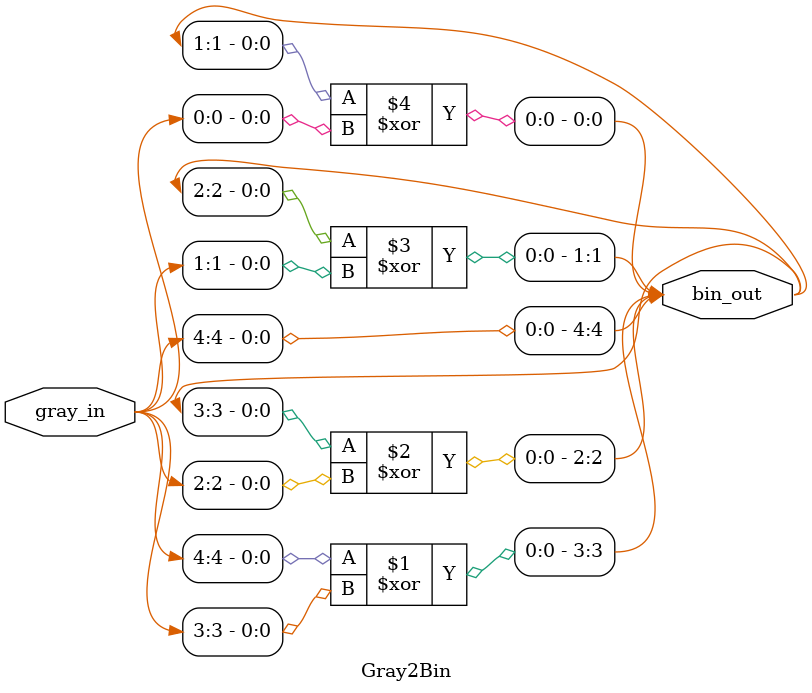
<source format=sv>
`timescale 1ns / 1ps
module Gray2Bin(
    input logic [4:0] gray_in,
    output logic [4:0] bin_out
    );
    
    assign bin_out[4] = gray_in[4];
    assign bin_out[3] = bin_out[4] ^ gray_in[3];
    assign bin_out[2] = bin_out[3] ^ gray_in[2];
    assign bin_out[1] = bin_out[2] ^ gray_in[1];
    assign bin_out[0] = bin_out[1] ^ gray_in[0];
endmodule
</source>
